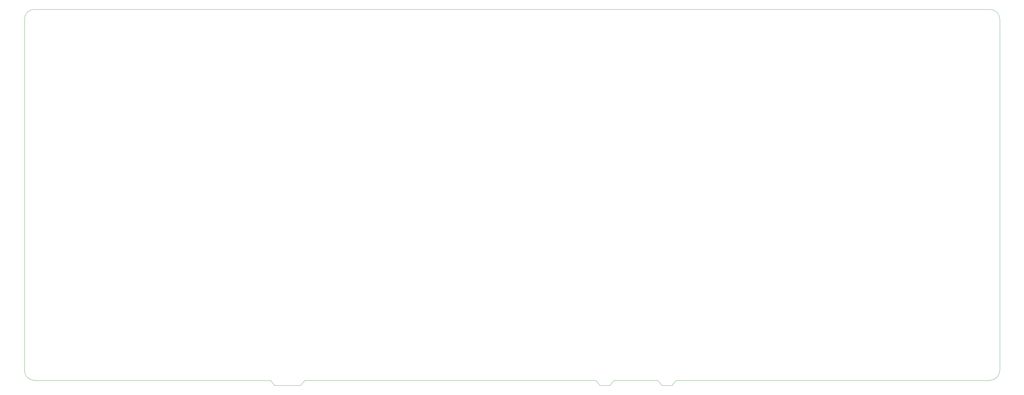
<source format=gbr>
%TF.GenerationSoftware,KiCad,Pcbnew,8.99.0-2206-gee77d06be7*%
%TF.CreationDate,2024-10-02T02:50:37+07:00*%
%TF.ProjectId,75\u0025,3735252e-6b69-4636-9164-5f7063625858,rev?*%
%TF.SameCoordinates,Original*%
%TF.FileFunction,Profile,NP*%
%FSLAX46Y46*%
G04 Gerber Fmt 4.6, Leading zero omitted, Abs format (unit mm)*
G04 Created by KiCad (PCBNEW 8.99.0-2206-gee77d06be7) date 2024-10-02 02:50:37*
%MOMM*%
%LPD*%
G01*
G04 APERTURE LIST*
%TA.AperFunction,Profile*%
%ADD10C,0.050000*%
%TD*%
G04 APERTURE END LIST*
D10*
X189000000Y-108800000D02*
X187800000Y-107200000D01*
X192100000Y-108800000D02*
X193300000Y-107200000D01*
X173000000Y-108800000D02*
X174200000Y-107200000D01*
X-7200000Y4200000D02*
G75*
G02*
X-4200000Y7200000I3000001J-1D01*
G01*
X169900000Y-108800000D02*
X173000000Y-108800000D01*
X77800000Y-108800000D02*
X79000000Y-107200000D01*
X293000000Y-104200000D02*
G75*
G02*
X290000000Y-107200000I-3000000J0D01*
G01*
X293000000Y-104200000D02*
X293000000Y4200000D01*
X169900000Y-108800000D02*
X168700000Y-107200000D01*
X174200000Y-107200000D02*
X187800000Y-107200000D01*
X-4200000Y-107200000D02*
X68600000Y-107200000D01*
X69800000Y-108800000D02*
X77800000Y-108800000D01*
X290000000Y7200000D02*
X-4200000Y7200000D01*
X69800000Y-108800000D02*
X68600000Y-107200000D01*
X-4200000Y-107200000D02*
G75*
G02*
X-7200000Y-104200000I1J3000001D01*
G01*
X79000000Y-107200000D02*
X168700000Y-107200000D01*
X189000000Y-108800000D02*
X192100000Y-108800000D01*
X193300000Y-107200000D02*
X290000000Y-107200000D01*
X-7200000Y4200000D02*
X-7200000Y-104200000D01*
X290000000Y7200000D02*
G75*
G02*
X293000000Y4200000I0J-3000000D01*
G01*
M02*

</source>
